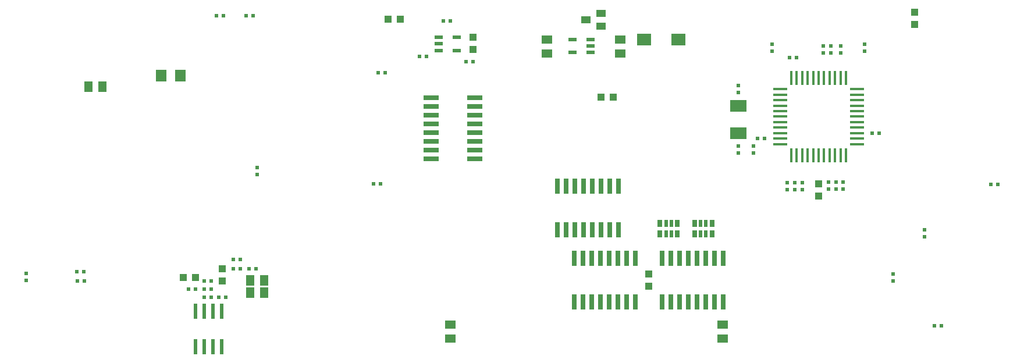
<source format=gbr>
G04 #@! TF.GenerationSoftware,KiCad,Pcbnew,6.0.0-rc1-unknown-ff6a348~66~ubuntu18.04.1*
G04 #@! TF.CreationDate,2018-12-07T10:28:44+02:00
G04 #@! TF.ProjectId,eduArdu_Rev_B,65647541-7264-4755-9f52-65765f422e6b,rev?*
G04 #@! TF.SameCoordinates,Original*
G04 #@! TF.FileFunction,Paste,Bot*
G04 #@! TF.FilePolarity,Positive*
%FSLAX46Y46*%
G04 Gerber Fmt 4.6, Leading zero omitted, Abs format (unit mm)*
G04 Created by KiCad (PCBNEW 6.0.0-rc1-unknown-ff6a348~66~ubuntu18.04.1) date  7.12.2018 (пт) 10:28:44 EET*
%MOMM*%
%LPD*%
G01*
G04 APERTURE LIST*
%ADD10R,1.270000X1.524000*%
%ADD11R,1.524000X1.270000*%
%ADD12R,1.016000X1.016000*%
%ADD13R,0.550000X0.500000*%
%ADD14R,0.600000X2.200000*%
%ADD15R,0.500000X0.550000*%
%ADD16R,1.200000X0.550000*%
%ADD17R,1.524000X1.778000*%
%ADD18R,1.400000X1.000000*%
%ADD19R,2.000000X1.700000*%
%ADD20R,0.508000X1.016000*%
%ADD21R,0.762000X1.016000*%
%ADD22R,0.700000X2.200000*%
%ADD23R,2.200000X0.700000*%
%ADD24R,0.400000X2.000000*%
%ADD25R,2.000000X0.400000*%
%ADD26R,2.397760X1.798320*%
G04 APERTURE END LIST*
D10*
G04 #@! TO.C,C26*
X57084000Y-34800000D03*
X59116000Y-34800000D03*
G04 #@! TD*
G04 #@! TO.C,C17*
X80584000Y-63000000D03*
X82616000Y-63000000D03*
G04 #@! TD*
G04 #@! TO.C,C24*
X80584000Y-64800000D03*
X82616000Y-64800000D03*
G04 #@! TD*
D11*
G04 #@! TO.C,C25*
X149300000Y-69484000D03*
X149300000Y-71516000D03*
G04 #@! TD*
D12*
G04 #@! TO.C,C22*
X138600000Y-62111000D03*
X138600000Y-63889000D03*
G04 #@! TD*
G04 #@! TO.C,C16*
X76500000Y-61311000D03*
X76500000Y-63089000D03*
G04 #@! TD*
D13*
G04 #@! TO.C,R31*
X166500000Y-29908000D03*
X166500000Y-28892000D03*
G04 #@! TD*
G04 #@! TO.C,R30*
X165100000Y-29908000D03*
X165100000Y-28892000D03*
G04 #@! TD*
G04 #@! TO.C,R29*
X164000000Y-29908000D03*
X164000000Y-28892000D03*
G04 #@! TD*
G04 #@! TO.C,R28*
X158700000Y-48792000D03*
X158700000Y-49808000D03*
G04 #@! TD*
G04 #@! TO.C,R27*
X159800000Y-48792000D03*
X159800000Y-49808000D03*
G04 #@! TD*
G04 #@! TO.C,R26*
X160900000Y-48792000D03*
X160900000Y-49808000D03*
G04 #@! TD*
D12*
G04 #@! TO.C,C23*
X70811000Y-62600000D03*
X72589000Y-62600000D03*
G04 #@! TD*
D14*
G04 #@! TO.C,U10*
X76405000Y-67500000D03*
X75135000Y-67500000D03*
X73865000Y-67500000D03*
X72595000Y-67500000D03*
X72595000Y-72700000D03*
X73865000Y-72700000D03*
X75135000Y-72700000D03*
X76405000Y-72700000D03*
G04 #@! TD*
D13*
G04 #@! TO.C,R18*
X81600000Y-47608000D03*
X81600000Y-46592000D03*
G04 #@! TD*
D15*
G04 #@! TO.C,R17*
X75992000Y-65500000D03*
X77008000Y-65500000D03*
G04 #@! TD*
G04 #@! TO.C,R16*
X73884000Y-64300000D03*
X74900000Y-64300000D03*
G04 #@! TD*
G04 #@! TO.C,R15*
X74908000Y-63100000D03*
X73892000Y-63100000D03*
G04 #@! TD*
D16*
G04 #@! TO.C,VR1*
X130100000Y-27950000D03*
X130100000Y-28900000D03*
X130100000Y-29850000D03*
X127500000Y-27950000D03*
X127500000Y-29850000D03*
G04 #@! TD*
G04 #@! TO.C,U1*
X108000000Y-29550000D03*
X108000000Y-28600000D03*
X108000000Y-27650000D03*
X110600000Y-29550000D03*
X110600000Y-27650000D03*
G04 #@! TD*
D15*
G04 #@! TO.C,R25*
X71592000Y-64300000D03*
X72608000Y-64300000D03*
G04 #@! TD*
G04 #@! TO.C,R24*
X78092000Y-60000000D03*
X79108000Y-60000000D03*
G04 #@! TD*
G04 #@! TO.C,R23*
X78092000Y-61300000D03*
X79108000Y-61300000D03*
G04 #@! TD*
G04 #@! TO.C,R22*
X108692000Y-25300000D03*
X109708000Y-25300000D03*
G04 #@! TD*
G04 #@! TO.C,R21*
X55392000Y-61800000D03*
X56408000Y-61800000D03*
G04 #@! TD*
G04 #@! TO.C,R20*
X55400000Y-63100000D03*
X56416000Y-63100000D03*
G04 #@! TD*
G04 #@! TO.C,R19*
X79992000Y-24500000D03*
X81008000Y-24500000D03*
G04 #@! TD*
D13*
G04 #@! TO.C,R14*
X178700000Y-56708000D03*
X178700000Y-55692000D03*
G04 #@! TD*
D17*
G04 #@! TO.C,R13*
X67603000Y-33200000D03*
X70397000Y-33200000D03*
G04 #@! TD*
D15*
G04 #@! TO.C,R12*
X81408000Y-61300000D03*
X80392000Y-61300000D03*
G04 #@! TD*
G04 #@! TO.C,R11*
X188392000Y-49100000D03*
X189408000Y-49100000D03*
G04 #@! TD*
G04 #@! TO.C,R10*
X111992000Y-31200000D03*
X113008000Y-31200000D03*
G04 #@! TD*
G04 #@! TO.C,R9*
X105192000Y-30400000D03*
X106208000Y-30400000D03*
G04 #@! TD*
G04 #@! TO.C,R8*
X154392000Y-42400000D03*
X155408000Y-42400000D03*
G04 #@! TD*
D13*
G04 #@! TO.C,R6*
X164700000Y-49708000D03*
X164700000Y-48692000D03*
G04 #@! TD*
G04 #@! TO.C,R5*
X165800000Y-49708000D03*
X165800000Y-48692000D03*
G04 #@! TD*
D15*
G04 #@! TO.C,R4*
X98492000Y-49000000D03*
X99508000Y-49000000D03*
G04 #@! TD*
G04 #@! TO.C,R3*
X100208000Y-32800000D03*
X99192000Y-32800000D03*
G04 #@! TD*
D13*
G04 #@! TO.C,R2*
X156500000Y-28692000D03*
X156500000Y-29708000D03*
G04 #@! TD*
G04 #@! TO.C,R1*
X170000000Y-28692000D03*
X170000000Y-29708000D03*
G04 #@! TD*
D18*
G04 #@! TO.C,FET1*
X129397640Y-25097460D03*
X131607440Y-26052500D03*
X131607440Y-24150040D03*
G04 #@! TD*
D19*
G04 #@! TO.C,D1*
X137900000Y-28000000D03*
X142900000Y-28000000D03*
G04 #@! TD*
D15*
G04 #@! TO.C,C21*
X74908000Y-65500000D03*
X73892000Y-65500000D03*
G04 #@! TD*
D13*
G04 #@! TO.C,C20*
X48000000Y-63008000D03*
X48000000Y-61992000D03*
G04 #@! TD*
D15*
G04 #@! TO.C,C19*
X75692000Y-24500000D03*
X76708000Y-24500000D03*
G04 #@! TD*
D11*
G04 #@! TO.C,C18*
X109700000Y-71516000D03*
X109700000Y-69484000D03*
G04 #@! TD*
D15*
G04 #@! TO.C,C15*
X180192000Y-69600000D03*
X181208000Y-69600000D03*
G04 #@! TD*
D13*
G04 #@! TO.C,C14*
X174100000Y-63108000D03*
X174100000Y-62092000D03*
G04 #@! TD*
D12*
G04 #@! TO.C,C13*
X131611000Y-36400000D03*
X133389000Y-36400000D03*
G04 #@! TD*
D11*
G04 #@! TO.C,C12*
X123800000Y-30016000D03*
X123800000Y-27984000D03*
G04 #@! TD*
G04 #@! TO.C,C11*
X134400000Y-30016000D03*
X134400000Y-27984000D03*
G04 #@! TD*
D15*
G04 #@! TO.C,C10*
X159092000Y-30600000D03*
X160108000Y-30600000D03*
G04 #@! TD*
D13*
G04 #@! TO.C,C9*
X153800000Y-44508000D03*
X153800000Y-43492000D03*
G04 #@! TD*
G04 #@! TO.C,C8*
X166900000Y-49708000D03*
X166900000Y-48692000D03*
G04 #@! TD*
D12*
G04 #@! TO.C,C7*
X100611000Y-25000000D03*
X102389000Y-25000000D03*
G04 #@! TD*
G04 #@! TO.C,C6*
X163300000Y-50789000D03*
X163300000Y-49011000D03*
G04 #@! TD*
D15*
G04 #@! TO.C,C5*
X172108000Y-41600000D03*
X171092000Y-41600000D03*
G04 #@! TD*
D13*
G04 #@! TO.C,C4*
X151600000Y-43492000D03*
X151600000Y-44508000D03*
G04 #@! TD*
G04 #@! TO.C,C3*
X151600000Y-35708000D03*
X151600000Y-34692000D03*
G04 #@! TD*
D12*
G04 #@! TO.C,C2*
X113000000Y-29389000D03*
X113000000Y-27611000D03*
G04 #@! TD*
G04 #@! TO.C,C1*
X177300000Y-25789000D03*
X177300000Y-24011000D03*
G04 #@! TD*
D20*
G04 #@! TO.C,RM2*
X146119000Y-56262000D03*
X146881000Y-56262000D03*
X146119000Y-54738000D03*
X146881000Y-54738000D03*
D21*
X145230000Y-56262000D03*
X145230000Y-54738000D03*
X147770000Y-56262000D03*
X147770000Y-54738000D03*
G04 #@! TD*
D20*
G04 #@! TO.C,RM1*
X141119000Y-56262000D03*
X141881000Y-56262000D03*
X141119000Y-54738000D03*
X141881000Y-54738000D03*
D21*
X140230000Y-56262000D03*
X140230000Y-54738000D03*
X142770000Y-56262000D03*
X142770000Y-54738000D03*
G04 #@! TD*
D22*
G04 #@! TO.C,U7*
X134145000Y-49325000D03*
X132875000Y-49325000D03*
X131605000Y-49325000D03*
X130335000Y-49325000D03*
X129065000Y-49325000D03*
X127795000Y-49325000D03*
X126525000Y-49325000D03*
X125255000Y-49325000D03*
X125255000Y-55675000D03*
X126525000Y-55675000D03*
X127795000Y-55675000D03*
X129065000Y-55675000D03*
X130335000Y-55675000D03*
X131605000Y-55675000D03*
X132875000Y-55675000D03*
X134145000Y-55675000D03*
G04 #@! TD*
G04 #@! TO.C,U5*
X127755000Y-66175000D03*
X129025000Y-66175000D03*
X130295000Y-66175000D03*
X131565000Y-66175000D03*
X132835000Y-66175000D03*
X134105000Y-66175000D03*
X135375000Y-66175000D03*
X136645000Y-66175000D03*
X136645000Y-59825000D03*
X135375000Y-59825000D03*
X134105000Y-59825000D03*
X132835000Y-59825000D03*
X131565000Y-59825000D03*
X130295000Y-59825000D03*
X129025000Y-59825000D03*
X127755000Y-59825000D03*
G04 #@! TD*
G04 #@! TO.C,U6*
X140555000Y-66175000D03*
X141825000Y-66175000D03*
X143095000Y-66175000D03*
X144365000Y-66175000D03*
X145635000Y-66175000D03*
X146905000Y-66175000D03*
X148175000Y-66175000D03*
X149445000Y-66175000D03*
X149445000Y-59825000D03*
X148175000Y-59825000D03*
X146905000Y-59825000D03*
X145635000Y-59825000D03*
X144365000Y-59825000D03*
X143095000Y-59825000D03*
X141825000Y-59825000D03*
X140555000Y-59825000D03*
G04 #@! TD*
D23*
G04 #@! TO.C,U8*
X106925000Y-36455000D03*
X106925000Y-37725000D03*
X106925000Y-38995000D03*
X106925000Y-40265000D03*
X106925000Y-41535000D03*
X106925000Y-42805000D03*
X106925000Y-44075000D03*
X106925000Y-45345000D03*
X113275000Y-45345000D03*
X113275000Y-44075000D03*
X113275000Y-42805000D03*
X113275000Y-41535000D03*
X113275000Y-40265000D03*
X113275000Y-38995000D03*
X113275000Y-37725000D03*
X113275000Y-36455000D03*
G04 #@! TD*
D24*
G04 #@! TO.C,U2*
X167300000Y-44800000D03*
X166500000Y-44800000D03*
X165700000Y-44800000D03*
X164900000Y-44800000D03*
X164100000Y-44800000D03*
X163300000Y-44800000D03*
X162500000Y-44800000D03*
X161700000Y-44800000D03*
X160900000Y-44800000D03*
X160100000Y-44800000D03*
X159300000Y-44800000D03*
D25*
X157700000Y-43200000D03*
X157700000Y-42400000D03*
X157700000Y-41600000D03*
X157700000Y-40800000D03*
X157700000Y-40000000D03*
X157700000Y-39200000D03*
X157700000Y-38400000D03*
X157700000Y-37600000D03*
X157700000Y-36800000D03*
X157700000Y-36000000D03*
X157700000Y-35200000D03*
D24*
X159300000Y-33600000D03*
X160100000Y-33600000D03*
X160900000Y-33600000D03*
X161700000Y-33600000D03*
X162500000Y-33600000D03*
X163300000Y-33600000D03*
X164100000Y-33600000D03*
X164900000Y-33600000D03*
X165700000Y-33600000D03*
X166500000Y-33600000D03*
X167300000Y-33600000D03*
D25*
X168900000Y-35200000D03*
X168900000Y-36000000D03*
X168900000Y-36800000D03*
X168900000Y-37600000D03*
X168900000Y-38400000D03*
X168900000Y-39200000D03*
X168900000Y-40000000D03*
X168900000Y-40800000D03*
X168900000Y-41600000D03*
X168900000Y-42400000D03*
X168900000Y-43200000D03*
G04 #@! TD*
D26*
G04 #@! TO.C,Q1*
X151600000Y-41598980D03*
X151600000Y-37601020D03*
G04 #@! TD*
M02*

</source>
